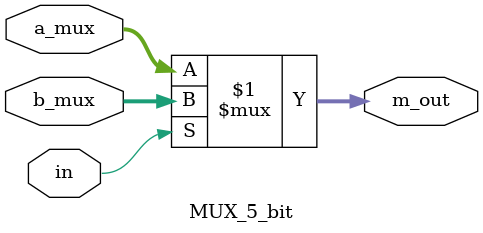
<source format=v>
`timescale 1ns / 1ps
module MUX_5_bit(
    input [4:0] a_mux,
    input [4:0] b_mux,
    input in,
    output [4:0] m_out
);
assign m_out = in ? b_mux : a_mux ;
endmodule 

</source>
